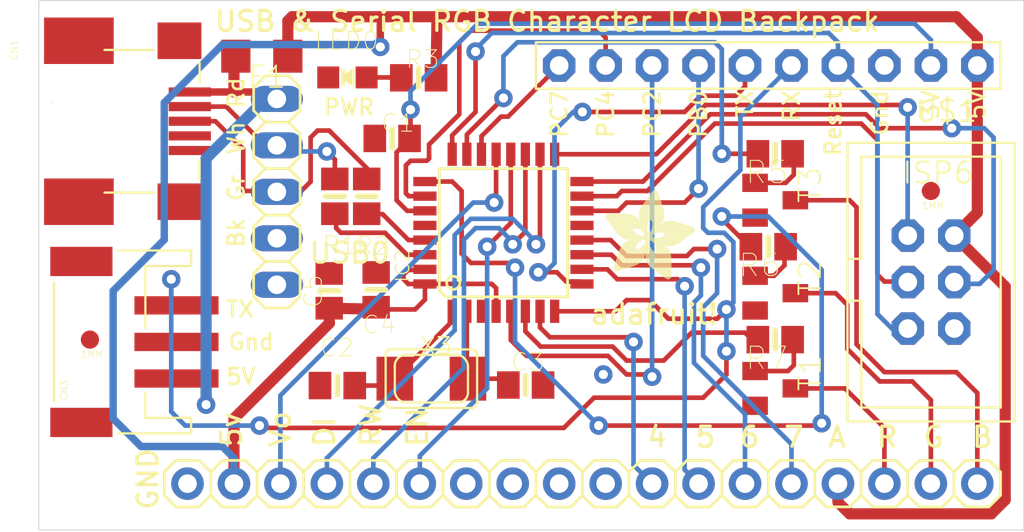
<source format=kicad_pcb>
(kicad_pcb (version 20211014) (generator pcbnew)
  (layers (0 "F.Cu" signal) (1 "In1.Cu" signal) (2 "In2.Cu" signal) (3 "In3.Cu" signal) (4 "In4.Cu" signal) (5 "In5.Cu" signal) (6 "In6.Cu" signal) (7 "In7.Cu" signal) (8 "In8.Cu" signal) (9 "In9.Cu" signal) (10 "In10.Cu" signal) (11 "In11.Cu" signal) (12 "In12.Cu" signal) (13 "In13.Cu" signal) (14 "In14.Cu" signal) (31 "B.Cu" signal) (34 "B.Paste" user) (35 "F.Paste" user) (36 "B.SilkS" user "B.Silkscreen") (37 "F.SilkS" user "F.Silkscreen") (38 "B.Mask" user) (39 "F.Mask" user) (44 "Edge.Cuts" user))
  (net 0 "")
  (net 1 "GND")
  (net 2 "N$3")
  (net 3 "N$4")
  (net 4 "+5V")
  (net 5 "MOSI")
  (net 6 "MISO")
  (net 7 "SCK")
  (net 8 "RST")
  (net 9 "N$9")
  (net 10 "N$8")
  (net 11 "+3V3")
  (net 12 "N$1")
  (net 13 "D-")
  (net 14 "D+")
  (net 15 "DB7")
  (net 16 "DB6")
  (net 17 "DB5")
  (net 18 "DB4")
  (net 19 "RW")
  (net 20 "RX")
  (net 21 "TX")
  (net 22 "N$5")
  (net 23 "N$7")
  (net 24 "N$10")
  (net 25 "RS")
  (net 26 "EN")
  (net 27 "RED")
  (net 28 "CONTRAST")
  (net 29 "PB0")
  (net 30 "PC2")
  (net 31 "PC4")
  (net 32 "PC7")
  (net 33 "N$2")
  (net 34 "N$6")
  (net 35 "N$11")
  (net 36 "GREEN")
  (net 37 "BLUE")
  (net 38 "VBUS")
  (net 39 "DB3")
  (net 40 "DB2")
  (net 41 "DB1")
  (net 42 "DB0")
  (footprint "boardEagle:0805-NO" (layer "F.Cu") (at 148.1941 111.5496)
    (fp_text reference "C3")
    (fp_text value "18pF")
  )
  (footprint "boardEagle:0805-NO" (layer "F.Cu") (at 161.4551 103.9876 180)
    (fp_text reference "R6")
    (fp_text value "1K")
  )
  (footprint "boardEagle:0805-NO" (layer "F.Cu") (at 137.4521 106.4006 90)
    (fp_text reference "C5")
    (fp_text value "10uF")
  )
  (footprint "boardEagle:FIDUCIAL-1X2.5" (layer "F.Cu") (at 170.3451 100.9396)
    (fp_text reference "FID2" hide)
    (fp_text value "FIDUCIAL1X2.5" hide)
  )
  (footprint "boardEagle:0805-NO" (layer "F.Cu") (at 161.8361 98.9076 180)
    (fp_text reference "R5")
    (fp_text value "1K")
  )
  (footprint "boardEagle:SOT23-BEC" (layer "F.Cu") (at 161.8361 111.7346 -90)
    (fp_text reference "T1")
    (fp_text value "MMBT222")
  )
  (footprint "boardEagle:SOT23-BEC" (layer "F.Cu") (at 161.8361 101.4476 -90)
    (fp_text reference "T3")
    (fp_text value "MMBT222")
  )
  (footprint "boardEagle:TQFP32-08" (layer "F.Cu") (at 146.9771 103.2256 90)
    (fp_text reference "IC2")
    (fp_text value "AT90USB162")
  )
  (footprint "" (layer "F.Cu") (at 124.0791 116.9066)
    (fp_text reference "@HOLE0" hide)
    (fp_text value "")
  )
  (footprint "boardEagle:0805-NO" (layer "F.Cu") (at 142.3441 94.7556)
    (fp_text reference "R3")
    (fp_text value "1K")
  )
  (footprint "boardEagle:0805-NO" (layer "F.Cu") (at 137.8991 111.5796 180)
    (fp_text reference "C2")
    (fp_text value "18pF")
  )
  (footprint "boardEagle:0805-NO" (layer "F.Cu") (at 140.8941 98.0686 180)
    (fp_text reference "C1")
    (fp_text value "10uF")
  )
  (footprint "boardEagle:USB-MINIB_LARGER" (layer "F.Cu") (at 125.7681 97.1296 -90)
    (fp_text reference "CN1")
    (fp_text value "miniB")
  )
  (footprint "boardEagle:ISP6" (layer "F.Cu") (at 170.3541 105.9226 -90)
    (fp_text reference "ISP6")
    (fp_text value "PINHD-2X3THM")
  )
  (footprint "boardEagle:0805-NO" (layer "F.Cu") (at 137.7591 101.2346 -90)
    (fp_text reference "R1")
    (fp_text value "22")
  )
  (footprint "boardEagle:SOT23-BEC" (layer "F.Cu") (at 161.8361 106.5276 -90)
    (fp_text reference "T2")
    (fp_text value "MMBT222")
  )
  (footprint "boardEagle:JSTPH3" (layer "F.Cu") (at 126.4031 109.1946 90)
    (fp_text reference "CN3")
    (fp_text value "JST-PH-3")
  )
  (footprint "boardEagle:R1206" (layer "F.Cu") (at 133.7691 93.5736 180)
    (fp_text reference "F1")
    (fp_text value "500mA")
  )
  (footprint "boardEagle:FIDUCIAL-1X2.5" (layer "F.Cu") (at 124.3711 109.0676)
    (fp_text reference "FID1" hide)
    (fp_text value "FIDUCIAL1X2.5" hide)
  )
  (footprint "boardEagle:1X18-BIG" (layer "F.Cu") (at 151.2951 116.9416)
    (fp_text reference "JP1" hide)
    (fp_text value "CHARLCD" hide)
  )
  (footprint "boardEagle:CHIPLED_0805_NOOUTLINE" (layer "F.Cu") (at 138.4491 94.7336 90)
    (fp_text reference "LED0")
    (fp_text value "RED")
  )
  (footprint "boardEagle:NX5032" (layer "F.Cu") (at 143.0381 111.2036)
    (fp_text reference "X3")
    (fp_text value "16MHz")
  )
  (footprint "boardEagle:ADAFRUIT_5MM" (layer "F.Cu") (at 152.5651 105.7656)
    (fp_text reference "U$2" hide)
    (fp_text value "" hide)
  )
  (footprint "boardEagle:0805-NO" (layer "F.Cu") (at 140.0181 106.3466 90)
    (fp_text reference "C4")
    (fp_text value "0.1uF")
  )
  (footprint "boardEagle:1X10-BIG" (layer "F.Cu") (at 161.4551 94.0816 180)
    (fp_text reference "U$1")
    (fp_text value "PINHD-1X10")
  )
  (footprint "boardEagle:0805-NO" (layer "F.Cu") (at 139.5021 101.2346 -90)
    (fp_text reference "R2")
    (fp_text value "22")
  )
  (footprint "boardEagle:0805-NO" (layer "F.Cu") (at 161.8361 109.0676 180)
    (fp_text reference "R7")
    (fp_text value "1K")
  )
  (footprint "boardEagle:1X05" (layer "F.Cu") (at 134.5901 100.9886 -90)
    (fp_text reference "USB0")
    (fp_text value "MALE")
  )
  (gr_line (start 121.5771 119.4816) (end 175.4251 119.4816) (layer "Edge.Cuts") (width 0.05))
  (gr_line (start 121.5771 90.5256) (end 121.5771 119.4816) (layer "Edge.Cuts") (width 0.05))
  (gr_line (start 175.4251 90.5256) (end 121.5771 90.5256) (layer "Edge.Cuts") (width 0.05))
  (gr_line (start 175.4251 119.4816) (end 175.4251 90.5256) (layer "Edge.Cuts") (width 0.05))
  (gr_text "adafruit!" (at 158.7881 107.0356) (layer "F.SilkS") (effects (font (size 1.0922 1.0922) (thickness 0.1778)) (justify right top)))
  (gr_text "USB & Serial RGB Character LCD Backpack" (at 131.1021 92.3036) (layer "F.SilkS") (effects (font (size 1.0922 1.0922) (thickness 0.1778)) (justify left bottom)))
  (gr_text "5" (at 157.3911 115.0366) (layer "F.SilkS") (effects (font (size 1.0922 1.0922) (thickness 0.1778)) (justify left bottom)))
  (gr_text "B" (at 172.5041 115.0366) (layer "F.SilkS") (effects (font (size 1.0922 1.0922) (thickness 0.1778)) (justify left bottom)))
  (gr_text "A" (at 164.6301 115.0366) (layer "F.SilkS") (effects (font (size 1.0922 1.0922) (thickness 0.1778)) (justify left bottom)))
  (gr_text "Reset" (at 164.5031 95.3516 90) (layer "F.SilkS") (effects (font (size 0.87376 0.87376) (thickness 0.14224)) (justify right top)))
  (gr_text "5v" (at 132.7531 115.0366 90) (layer "F.SilkS") (effects (font (size 1.0922 1.0922) (thickness 0.1778)) (justify left bottom)))
  (gr_text "DI" (at 137.8331 115.0366 90) (layer "F.SilkS") (effects (font (size 1.0922 1.0922) (thickness 0.1778)) (justify left bottom)))
  (gr_text "Gnd" (at 167.0431 95.3516 90) (layer "F.SilkS") (effects (font (size 0.87376 0.87376) (thickness 0.14224)) (justify right top)))
  (gr_text "R" (at 167.2971 115.0366) (layer "F.SilkS") (effects (font (size 1.0922 1.0922) (thickness 0.1778)) (justify left bottom)))
  (gr_text "PWR" (at 137.0711 96.8756) (layer "F.SilkS") (effects (font (size 0.87376 0.87376) (thickness 0.14224)) (justify left bottom)))
  (gr_text "G" (at 169.8371 115.0366) (layer "F.SilkS") (effects (font (size 1.0922 1.0922) (thickness 0.1778)) (justify left bottom)))
  (gr_text "GND" (at 128.1811 118.4656 90) (layer "F.SilkS") (effects (font (size 1.0922 1.0922) (thickness 0.1778)) (justify left bottom)))
  (gr_text "PC7" (at 149.5171 95.3516 90) (layer "F.SilkS") (effects (font (size 0.87376 0.87376) (thickness 0.14224)) (justify right top)))
  (gr_text "RW" (at 140.3731 115.0366 90) (layer "F.SilkS") (effects (font (size 1.0922 1.0922) (thickness 0.1778)) (justify left bottom)))
  (gr_text "5V" (at 131.7371 111.6076) (layer "F.SilkS") (effects (font (size 0.87376 0.87376) (thickness 0.14224)) (justify left bottom)))
  (gr_text "Vo" (at 135.4201 115.0366 90) (layer "F.SilkS") (effects (font (size 1.0922 1.0922) (thickness 0.1778)) (justify left bottom)))
  (gr_text "PC2" (at 154.5971 95.3516 90) (layer "F.SilkS") (effects (font (size 0.87376 0.87376) (thickness 0.14224)) (justify right top)))
  (gr_text "Wh" (at 132.8801 99.0346 90) (layer "F.SilkS") (effects (font (size 0.87376 0.87376) (thickness 0.14224)) (justify left bottom)))
  (gr_text "Gr" (at 132.8801 101.5746 90) (layer "F.SilkS") (effects (font (size 0.87376 0.87376) (thickness 0.14224)) (justify left bottom)))
  (gr_text "Gnd" (at 131.8641 109.7026) (layer "F.SilkS") (effects (font (size 0.87376 0.87376) (thickness 0.14224)) (justify left bottom)))
  (gr_text "Bk" (at 132.8801 104.1146 90) (layer "F.SilkS") (effects (font (size 0.87376 0.87376) (thickness 0.14224)) (justify left bottom)))
  (gr_text "4" (at 154.7241 115.0366) (layer "F.SilkS") (effects (font (size 1.0922 1.0922) (thickness 0.1778)) (justify left bottom)))
  (gr_text "Rd" (at 132.8801 96.4946 90) (layer "F.SilkS") (effects (font (size 0.87376 0.87376) (thickness 0.14224)) (justify left bottom)))
  (gr_text "TX" (at 159.6771 95.3516 90) (layer "F.SilkS") (effects (font (size 0.87376 0.87376) (thickness 0.14224)) (justify right top)))
  (gr_text "5V" (at 172.3771 95.3516 90) (layer "F.SilkS") (effects (font (size 0.87376 0.87376) (thickness 0.14224)) (justify right top)))
  (gr_text "RX" (at 162.2171 95.3516 90) (layer "F.SilkS") (effects (font (size 0.87376 0.87376) (thickness 0.14224)) (justify right top)))
  (gr_text "PC4" (at 152.0571 95.3516 90) (layer "F.SilkS") (effects (font (size 0.87376 0.87376) (thickness 0.14224)) (justify right top)))
  (gr_text "PB0" (at 157.1371 95.3516 90) (layer "F.SilkS") (effects (font (size 0.87376 0.87376) (thickness 0.14224)) (justify right top)))
  (gr_text "3V" (at 169.8371 95.3516 90) (layer "F.SilkS") (effects (font (size 0.87376 0.87376) (thickness 0.14224)) (justify right top)))
  (gr_text "EN" (at 142.9131 115.0366 90) (layer "F.SilkS") (effects (font (size 1.0922 1.0922) (thickness 0.1778)) (justify left bottom)))
  (gr_text "6" (at 159.8041 115.0366) (layer "F.SilkS") (effects (font (size 1.0922 1.0922) (thickness 0.1778)) (justify left bottom)))
  (gr_text "7" (at 162.2171 115.0366) (layer "F.SilkS") (effects (font (size 1.0922 1.0922) (thickness 0.1778)) (justify left bottom)))
  (gr_text "TX" (at 131.7371 107.9246) (layer "F.SilkS") (effects (font (size 0.87376 0.87376) (thickness 0.14224)) (justify left bottom)))
  (via (at 152.4381 110.9726) (size 1.008) (drill 0.5) (layers "F.Cu" "B.Cu") (net 1))
  (segment (start 137.8331 102.3086) (end 137.8331 102.9716) (width 0.254) (layer "F.Cu") (net 2))
  (segment (start 137.8331 102.9716) (end 138.0871 103.2256) (width 0.254) (layer "F.Cu") (net 2))
  (segment (start 140.5001 103.2256) (end 141.7001 104.4256) (width 0.254) (layer "F.Cu") (net 2))
  (segment (start 138.0871 103.2256) (end 140.5001 103.2256) (width 0.254) (layer "F.Cu") (net 2))
  (segment (start 141.7001 104.4256) (end 142.6845 104.4256) (width 0.254) (layer "F.Cu") (net 2))
  (segment (start 137.7591 102.1846) (end 137.8331 102.3086) (width 0.254) (layer "F.Cu") (net 2))
  (segment (start 141.7891 103.6256) (end 142.6845 103.6256) (width 0.254) (layer "F.Cu") (net 3))
  (segment (start 139.5021 102.1846) (end 139.5271 102.2096) (width 0.254) (layer "F.Cu") (net 3))
  (segment (start 139.5271 102.2096) (end 140.3731 102.2096) (width 0.254) (layer "F.Cu") (net 3))
  (segment (start 140.3731 102.2096) (end 141.7891 103.6256) (width 0.254) (layer "F.Cu") (net 3))
  (segment (start 165.9001 118.5926) (end 165.2651 117.9576) (width 0.6096) (layer "F.Cu") (net 4))
  (segment (start 172.8851 94.0816) (end 172.8851 102.1216) (width 0.6096) (layer "F.Cu") (net 4))
  (segment (start 142.6845 106.8832) (end 142.6845 106.0256) (width 0.254) (layer "F.Cu") (net 4))
  (segment (start 141.5161 105.5116) (end 141.7701 105.2576) (width 0.254) (layer "F.Cu") (net 4))
  (segment (start 139.9641 107.4006) (end 140.0181 107.2966) (width 0.6096) (layer "F.Cu") (net 4))
  (segment (start 173.6471 118.5926) (end 165.9001 118.5926) (width 0.6096) (layer "F.Cu") (net 4))
  (segment (start 172.8851 92.5576) (end 172.8851 94.0816) (width 0.6096) (layer "F.Cu") (net 4))
  (segment (start 142.6845 106.0256) (end 142.6905 106.0196) (width 0.254) (layer "F.Cu") (net 4))
  (segment (start 135.1911 91.6436) (end 135.1911 93.5736) (width 0.6096) (layer "F.Cu") (net 4))
  (segment (start 174.4091 117.8306) (end 173.6471 118.5926) (width 0.6096) (layer "F.Cu") (net 4))
  (segment (start 172.8851 102.1216) (end 171.6241 103.3826) (width 0.6096) (layer "F.Cu") (net 4))
  (segment (start 140.2461 91.4146) (end 135.4201 91.4146) (width 0.6096) (layer "F.Cu") (net 4))
  (segment (start 140.2461 93.0656) (end 140.2461 91.4146) (width 0.4064) (layer "F.Cu") (net 4))
  (segment (start 141.7701 105.2576) (end 142.6525 105.2576) (width 0.254) (layer "F.Cu") (net 4))
  (segment (start 146.3421 106.0196) (end 146.5771 106.2546) (width 0.254) (layer "F.Cu") (net 4))
  (segment (start 137.4681 108.1626) (end 137.4521 108.1466) (width 0.6096) (layer "F.Cu") (net 4))
  (segment (start 141.5161 105.7656) (end 141.5161 105.5116) (width 0.254) (layer "F.Cu") (net 4))
  (segment (start 165.2651 117.9576) (end 165.2651 116.9416) (width 0.6096) (layer "F.Cu") (net 4))
  (segment (start 135.4201 91.4146) (end 135.1911 91.6436) (width 0.6096) (layer "F.Cu") (net 4))
  (segment (start 137.4521 107.3506) (end 139.9641 107.4006) (width 0.6096) (layer "F.Cu") (net 4))
  (segment (start 143.3441 91.4646) (end 143.2941 94.7556) (width 0.6096) (layer "F.Cu") (net 4))
  (segment (start 143.2941 91.4146) (end 143.3441 91.4646) (width 0.6096) (layer "F.Cu") (net 4))
  (segment (start 140.0181 107.2966) (end 140.0881 107.4166) (width 0.254) (layer "F.Cu") (net 4))
  (segment (start 174.4091 106.1676) (end 174.4091 117.8306) (width 0.6096) (layer "F.Cu") (net 4))
  (segment (start 140.2461 91.4146) (end 143.2941 91.4146) (width 0.6096) (layer "F.Cu") (net 4))
  (segment (start 140.0881 107.4166) (end 142.1511 107.4166) (width 0.254) (layer "F.Cu") (net 4))
  (segment (start 143.2941 91.4146) (end 171.7421 91.4146) (width 0.6096) (layer "F.Cu") (net 4))
  (segment (start 171.7421 91.4146) (end 172.8851 92.5576) (width 0.6096) (layer "F.Cu") (net 4))
  (segment (start 141.7761 106.0256) (end 141.5161 105.7656) (width 0.254) (layer "F.Cu") (net 4))
  (segment (start 146.5771 106.2546) (end 146.5771 107.5182) (width 0.254) (layer "F.Cu") (net 4))
  (segment (start 137.4521 108.1466) (end 137.4521 107.3506) (width 0.6096) (layer "F.Cu") (net 4))
  (segment (start 142.1511 107.4166) (end 142.6845 106.8832) (width 0.254) (layer "F.Cu") (net 4))
  (segment (start 142.6905 106.0196) (end 146.3421 106.0196) (width 0.254) (layer "F.Cu") (net 4))
  (segment (start 142.6845 106.0256) (end 141.7761 106.0256) (width 0.254) (layer "F.Cu") (net 4))
  (segment (start 132.2451 116.9416) (end 132.2451 113.3856) (width 0.6096) (layer "F.Cu") (net 4))
  (segment (start 132.2451 113.3856) (end 137.4681 108.1626) (width 0.6096) (layer "F.Cu") (net 4))
  (segment (start 142.6525 105.2576) (end 142.6845 105.2256) (width 0.254) (layer "F.Cu") (net 4))
  (segment (start 171.6241 103.3826) (end 174.4091 106.1676) (width 0.6096) (layer "F.Cu") (net 4))
  (via (at 140.2461 93.0656) (size 1.008) (drill 0.5) (layers "F.Cu" "B.Cu") (net 4))
  (segment (start 128.4351 96.1136) (end 131.6101 92.9386) (width 0.4064) (layer "B.Cu") (net 4))
  (segment (start 128.4351 103.6066) (end 128.4351 96.1136) (width 0.4064) (layer "B.Cu") (net 4))
  (segment (start 127.1651 114.9096) (end 125.6411 113.3856) (width 0.4064) (layer "B.Cu") (net 4))
  (segment (start 125.6411 106.4006) (end 128.4351 103.6066) (width 0.4064) (layer "B.Cu") (net 4))
  (segment (start 125.6411 113.3856) (end 125.6411 106.4006) (width 0.4064) (layer "B.Cu") (net 4))
  (segment (start 131.6101 92.9386) (end 140.1191 92.9386) (width 0.4064) (layer "B.Cu") (net 4))
  (segment (start 132.2451 115.5446) (end 132.2451 116.9416) (width 0.4064) (layer "B.Cu") (net 4))
  (segment (start 127.1651 114.9096) (end 131.6101 114.9096) (width 0.4064) (layer "B.Cu") (net 4))
  (segment (start 131.6101 114.9096) (end 132.2451 115.5446) (width 0.4064) (layer "B.Cu") (net 4))
  (segment (start 140.1191 92.9386) (end 140.2461 93.0656) (width 0.4064) (layer "B.Cu") (net 4))
  (segment (start 167.5511 97.5106) (end 171.4881 97.5106) (width 0.254) (layer "F.Cu") (net 5))
  (segment (start 151.2697 100.4256) (end 154.6031 100.4256) (width 0.254) (layer "F.Cu") (net 5))
  (segment (start 166.7891 96.7486) (end 167.5511 97.5106) (width 0.254) (layer "F.Cu") (net 5))
  (segment (start 158.2801 96.7486) (end 166.7891 96.7486) (width 0.254) (layer "F.Cu") (net 5))
  (segment (start 154.6031 100.4256) (end 158.2801 96.7486) (width 0.254) (layer "F.Cu") (net 5))
  (via (at 171.4881 97.5106) (size 1.008) (drill 0.5) (layers "F.Cu" "B.Cu") (net 5))
  (segment (start 171.4881 97.5106) (end 173.2661 97.5106) (width 0.254) (layer "B.Cu") (net 5))
  (segment (start 173.7741 105.2576) (end 173.0121 106.0196) (width 0.254) (layer "B.Cu") (net 5))
  (segment (start 173.0121 106.0196) (end 171.7211 106.0196) (width 0.254) (layer "B.Cu") (net 5))
  (segment (start 173.2661 97.5106) (end 173.7741 98.0186) (width 0.254) (layer "B.Cu") (net 5))
  (segment (start 173.7741 98.0186) (end 173.7741 105.2576) (width 0.254) (layer "B.Cu") (net 5))
  (segment (start 171.7211 106.0196) (end 171.6241 105.9226) (width 0.254) (layer "B.Cu") (net 5))
  (segment (start 149.7771 98.933) (end 155.3337 98.933) (width 0.254) (layer "F.Cu") (net 6))
  (segment (start 168.9481 96.2406) (end 169.0751 96.3676) (width 0.254) (layer "F.Cu") (net 6))
  (segment (start 155.3337 98.933) (end 158.0261 96.2406) (width 0.254) (layer "F.Cu") (net 6))
  (segment (start 158.0261 96.2406) (end 168.9481 96.2406) (width 0.254) (layer "F.Cu") (net 6))
  (via (at 169.0751 96.3676) (size 1.008) (drill 0.5) (layers "F.Cu" "B.Cu") (net 6))
  (segment (start 169.0751 96.3676) (end 169.0751 103.3736) (width 0.254) (layer "B.Cu") (net 6))
  (segment (start 169.0751 103.3736) (end 169.0841 103.3826) (width 0.254) (layer "B.Cu") (net 6))
  (segment (start 151.2697 101.2256) (end 153.1681 101.2256) (width 0.254) (layer "F.Cu") (net 7))
  (segment (start 167.4241 105.5116) (end 167.8051 105.8926) (width 0.254) (layer "F.Cu") (net 7))
  (segment (start 169.0541 105.8926) (end 169.0841 105.9226) (width 0.254) (layer "F.Cu") (net 7))
  (segment (start 158.5341 97.2566) (end 166.5351 97.2566) (width 0.254) (layer "F.Cu") (net 7))
  (segment (start 153.1681 101.2256) (end 153.4541 100.9396) (width 0.254) (layer "F.Cu") (net 7))
  (segment (start 167.4241 98.1456) (end 167.4241 105.5116) (width 0.254) (layer "F.Cu") (net 7))
  (segment (start 154.8511 100.9396) (end 158.5341 97.2566) (width 0.254) (layer "F.Cu") (net 7))
  (segment (start 153.4541 100.9396) (end 154.8511 100.9396) (width 0.254) (layer "F.Cu") (net 7))
  (segment (start 167.8051 105.8926) (end 169.0541 105.8926) (width 0.254) (layer "F.Cu") (net 7))
  (segment (start 166.5351 97.2566) (end 167.4241 98.1456) (width 0.254) (layer "F.Cu") (net 7))
  (segment (start 144.1771 98.933) (end 144.1771 97.8976) (width 0.254) (layer "F.Cu") (net 8))
  (segment (start 144.1771 97.8976) (end 145.4531 96.6216) (width 0.254) (layer "F.Cu") (net 8))
  (segment (start 145.4531 96.6216) (end 145.4531 93.3196) (width 0.254) (layer "F.Cu") (net 8))
  (via (at 145.4531 93.3196) (size 1.008) (drill 0.5) (layers "F.Cu" "B.Cu") (net 8))
  (segment (start 167.4241 96.2406) (end 167.4241 107.6706) (width 0.254) (layer "B.Cu") (net 8))
  (segment (start 146.3421 92.3036) (end 164.7571 92.3036) (width 0.254) (layer "B.Cu") (net 8))
  (segment (start 167.4241 107.6706) (end 168.2161 108.4626) (width 0.254) (layer "B.Cu") (net 8))
  (segment (start 164.7571 92.3036) (end 165.2651 92.8116) (width 0.254) (layer "B.Cu") (net 8))
  (segment (start 165.2651 94.0816) (end 167.4241 96.2406) (width 0.254) (layer "B.Cu") (net 8))
  (segment (start 145.4531 93.3196) (end 145.4531 93.1926) (width 0.254) (layer "B.Cu") (net 8))
  (segment (start 145.4531 93.1926) (end 146.3421 92.3036) (width 0.254) (layer "B.Cu") (net 8))
  (segment (start 165.2651 92.8116) (end 165.2651 94.0816) (width 0.254) (layer "B.Cu") (net 8))
  (segment (start 168.2161 108.4626) (end 169.0841 108.4626) (width 0.254) (layer "B.Cu") (net 8))
  (segment (start 145.0721 110.7186) (end 145.0721 111.2266) (width 0.254) (layer "F.Cu") (net 9))
  (segment (start 145.0381 111.2036) (end 145.0721 111.1696) (width 0.254) (layer "F.Cu") (net 9))
  (segment (start 145.0611 111.2266) (end 145.0721 111.2266) (width 0.254) (layer "F.Cu") (net 9))
  (segment (start 145.0381 111.2036) (end 146.8481 111.2036) (width 0.254) (layer "F.Cu") (net 9))
  (segment (start 145.0721 110.7186) (end 144.9451 110.5916) (width 0.254) (layer "F.Cu") (net 9))
  (segment (start 145.0381 111.2036) (end 145.0151 111.2266) (width 0.254) (layer "F.Cu") (net 9))
  (segment (start 146.8481 111.2036) (end 147.2441 111.5496) (width 0.254) (layer "F.Cu") (net 9))
  (segment (start 145.0091 110.7186) (end 144.9771 110.6866) (width 0.254) (layer "F.Cu") (net 9))
  (segment (start 145.0721 111.1696) (end 145.0721 110.7186) (width 0.254) (layer "F.Cu") (net 9))
  (segment (start 144.9771 110.6866) (end 144.9771 107.5182) (width 0.254) (layer "F.Cu") (net 9))
  (segment (start 145.0721 110.7186) (end 145.0091 110.7186) (width 0.254) (layer "F.Cu") (net 9))
  (segment (start 145.0381 111.2036) (end 145.0611 111.2266) (width 0.254) (layer "F.Cu") (net 9))
  (segment (start 141.0051 111.2266) (end 141.0151 111.2266) (width 0.254) (layer "F.Cu") (net 10))
  (segment (start 138.8491 111.5796) (end 140.6521 111.5796) (width 0.254) (layer "F.Cu") (net 10))
  (segment (start 141.0381 111.2036) (end 144.1771 108.0646) (width 0.254) (layer "F.Cu") (net 10))
  (segment (start 140.6521 111.5796) (end 141.0051 111.2266) (width 0.254) (layer "F.Cu") (net 10))
  (segment (start 141.0151 111.2266) (end 141.0381 111.2036) (width 0.254) (layer "F.Cu") (net 10))
  (segment (start 144.1771 108.0646) (end 144.1771 107.5182) (width 0.254) (layer "F.Cu") (net 10))
  (segment (start 141.1351 98.8276) (end 141.8441 98.0686) (width 0.254) (layer "F.Cu") (net 11))
  (segment (start 141.8971 98.0656) (end 141.8971 96.4946) (width 0.254) (layer "F.Cu") (net 11))
  (segment (start 141.7131 102.0256) (end 142.6845 102.0256) (width 0.254) (layer "F.Cu") (net 11))
  (segment (start 141.7131 102.0256) (end 141.1351 101.4476) (width 0.254) (layer "F.Cu") (net 11))
  (segment (start 141.1351 101.4476) (end 141.1351 98.8276) (width 0.254) (layer "F.Cu") (net 11))
  (segment (start 141.8441 98.0686) (end 141.8971 98.0656) (width 0.254) (layer "F.Cu") (net 11))
  (via (at 141.8971 96.4946) (size 1.008) (drill 0.5) (layers "F.Cu" "B.Cu") (net 11))
  (segment (start 141.8971 96.4946) (end 141.8971 95.4786) (width 0.254) (layer "B.Cu") (net 11))
  (segment (start 170.3451 92.6846) (end 170.3451 94.0816) (width 0.254) (layer "B.Cu") (net 11))
  (segment (start 145.5801 91.7956) (end 169.4561 91.7956) (width 0.254) (layer "B.Cu") (net 11))
  (segment (start 169.4561 91.7956) (end 170.3451 92.6846) (width 0.254) (layer "B.Cu") (net 11))
  (segment (start 141.8971 95.4786) (end 145.5801 91.7956) (width 0.254) (layer "B.Cu") (net 11))
  (segment (start 141.3221 94.7336) (end 141.3941 94.7556) (width 0.254) (layer "F.Cu") (net 12))
  (segment (start 139.4991 94.7336) (end 141.3221 94.7336) (width 0.254) (layer "F.Cu") (net 12))
  (segment (start 137.3251 98.7806) (end 137.7591 99.2146) (width 0.254) (layer "F.Cu") (net 13))
  (segment (start 134.6581 98.5166) (end 134.5901 98.4486) (width 0.254) (layer "F.Cu") (net 13))
  (segment (start 134.0231 98.5266) (end 134.6581 98.5266) (width 0.254) (layer "F.Cu") (net 13))
  (segment (start 134.6581 98.5266) (end 134.6581 98.5166) (width 0.254) (layer "F.Cu") (net 13))
  (segment (start 129.8321 96.3296) (end 131.8261 96.3296) (width 0.254) (layer "F.Cu") (net 13))
  (segment (start 131.8261 96.3296) (end 134.0231 98.5266) (width 0.254) (layer "F.Cu") (net 13))
  (segment (start 137.7591 99.2146) (end 137.7591 100.2846) (width 0.254) (layer "F.Cu") (net 13))
  (via (at 137.3251 98.7806) (size 1.008) (drill 0.5) (layers "F.Cu" "B.Cu") (net 13))
  (segment (start 134.9221 98.7806) (end 137.3251 98.7806) (width 0.254) (layer "B.Cu") (net 13))
  (segment (start 134.5901 98.4486) (end 134.9221 98.7806) (width 0.254) (layer "B.Cu") (net 13))
  (segment (start 134.6391 100.9396) (end 135.9281 100.9396) (width 0.254) (layer "F.Cu") (net 14))
  (segment (start 132.7531 100.9396) (end 134.5411 100.9396) (width 0.254) (layer "F.Cu") (net 14))
  (segment (start 135.9281 100.9396) (end 136.4361 100.4316) (width 0.254) (layer "F.Cu") (net 14))
  (segment (start 129.8321 97.1296) (end 131.2291 97.1296) (width 0.254) (layer "F.Cu") (net 14))
  (segment (start 132.7531 98.6536) (end 132.7531 100.9396) (width 0.254) (layer "F.Cu") (net 14))
  (segment (start 134.5901 100.9886) (end 134.6391 100.9396) (width 0.254) (layer "F.Cu") (net 14))
  (segment (start 137.4521 97.6376) (end 139.5021 99.6876) (width 0.254) (layer "F.Cu") (net 14))
  (segment (start 131.2291 97.1296) (end 132.7531 98.6536) (width 0.254) (layer "F.Cu") (net 14))
  (segment (start 136.4361 98.0186) (end 136.8171 97.6376) (width 0.254) (layer "F.Cu") (net 14))
  (segment (start 136.4361 100.4316) (end 136.4361 98.0186) (width 0.254) (layer "F.Cu") (net 14))
  (segment (start 134.5411 100.9396) (end 134.5901 100.9886) (width 0.254) (layer "F.Cu") (net 14))
  (segment (start 136.8171 97.6376) (end 137.4521 97.6376) (width 0.254) (layer "F.Cu") (net 14))
  (segment (start 139.5021 99.6876) (end 139.5021 100.2846) (width 0.254) (layer "F.Cu") (net 14))
  (segment (start 157.3911 104.1146) (end 157.0101 104.4956) (width 0.254) (layer "F.Cu") (net 15))
  (segment (start 158.6611 104.1146) (end 157.3911 104.1146) (width 0.254) (layer "F.Cu") (net 15))
  (segment (start 153.7081 104.4956) (end 152.8381 103.6256) (width 0.254) (layer "F.Cu") (net 15))
  (segment (start 152.8381 103.6256) (end 151.2697 103.6256) (width 0.254) (layer "F.Cu") (net 15))
  (segment (start 157.0101 104.4956) (end 153.7081 104.4956) (width 0.254) (layer "F.Cu") (net 15))
  (via (at 158.6611 104.1146) (size 1.008) (drill 0.5) (layers "F.Cu" "B.Cu") (net 15))
  (segment (start 158.6611 106.5276) (end 158.6611 104.1146) (width 0.254) (layer "B.Cu") (net 15))
  (segment (start 162.7251 116.9416) (end 162.7251 114.7826) (width 0.254) (layer "B.Cu") (net 15))
  (segment (start 157.8991 107.2896) (end 158.6611 106.5276) (width 0.254) (layer "B.Cu") (net 15))
  (segment (start 162.7251 114.7826) (end 157.8991 109.9566) (width 0.254) (layer "B.Cu") (net 15))
  (segment (start 157.8991 109.9566) (end 157.8991 107.2896) (width 0.254) (layer "B.Cu") (net 15))
  (segment (start 153.4541 105.0036) (end 152.8761 104.4256) (width 0.254) (layer "F.Cu") (net 16))
  (segment (start 152.8761 104.4256) (end 151.2697 104.4256) (width 0.254) (layer "F.Cu") (net 16))
  (segment (start 157.7721 105.1306) (end 157.6451 105.0036) (width 0.254) (layer "F.Cu") (net 16))
  (segment (start 157.6451 105.0036) (end 153.4541 105.0036) (width 0.254) (layer "F.Cu") (net 16))
  (via (at 157.7721 105.1306) (size 1.008) (drill 0.5) (layers "F.Cu" "B.Cu") (net 16))
  (segment (start 157.3911 110.3376) (end 157.3911 107.0356) (width 0.254) (layer "B.Cu") (net 16))
  (segment (start 157.3911 107.0356) (end 157.7721 106.6546) (width 0.254) (layer "B.Cu") (net 16))
  (segment (start 160.1851 116.9416) (end 160.1851 113.1316) (width 0.254) (layer "B.Cu") (net 16))
  (segment (start 160.1851 113.1316) (end 157.3911 110.3376) (width 0.254) (layer "B.Cu") (net 16))
  (segment (start 157.7721 106.6546) (end 157.7721 105.1306) (width 0.254) (layer "B.Cu") (net 16))
  (segment (start 156.8831 106.1466) (end 156.5021 105.7656) (width 0.254) (layer "F.Cu") (net 17))
  (segment (start 153.2001 105.7656) (end 152.6601 105.2256) (width 0.254) (layer "F.Cu") (net 17))
  (segment (start 152.6601 105.2256) (end 151.2697 105.2256) (width 0.254) (layer "F.Cu") (net 17))
  (segment (start 156.5021 105.7656) (end 153.2001 105.7656) (width 0.254) (layer "F.Cu") (net 17))
  (via (at 156.8831 106.1466) (size 1.008) (drill 0.5) (layers "F.Cu" "B.Cu") (net 17))
  (segment (start 156.8831 116.1796) (end 156.8831 106.1466) (width 0.254) (layer "B.Cu") (net 17))
  (segment (start 156.8831 116.1796) (end 157.6451 116.9416) (width 0.254) (layer "B.Cu") (net 17))
  (segment (start 153.8351 108.9406) (end 149.5171 108.9406) (width 0.254) (layer "F.Cu") (net 18))
  (segment (start 149.5171 108.9406) (end 148.9771 108.4006) (width 0.254) (layer "F.Cu") (net 18))
  (segment (start 154.0891 109.1946) (end 153.8351 108.9406) (width 0.254) (layer "F.Cu") (net 18))
  (segment (start 148.9771 108.4006) (end 148.9771 107.5182) (width 0.254) (layer "F.Cu") (net 18))
  (via (at 154.0891 109.1946) (size 1.008) (drill 0.5) (layers "F.Cu" "B.Cu") (net 18))
  (segment (start 154.0891 115.9256) (end 155.1051 116.9416) (width 0.254) (layer "B.Cu") (net 18))
  (segment (start 154.0891 115.9256) (end 154.0891 109.1946) (width 0.254) (layer "B.Cu") (net 18))
  (segment (start 148.1771 103.1686) (end 148.1771 98.933) (width 0.254) (layer "F.Cu") (net 19))
  (segment (start 147.4851 103.8606) (end 148.1771 103.1686) (width 0.254) (layer "F.Cu") (net 19))
  (via (at 147.4851 103.8606) (size 1.008) (drill 0.5) (layers "F.Cu" "B.Cu") (net 19))
  (segment (start 139.8651 115.5446) (end 144.8181 110.5916) (width 0.254) (layer "B.Cu") (net 19))
  (segment (start 145.4531 102.9716) (end 146.7231 102.9716) (width 0.254) (layer "B.Cu") (net 19))
  (segment (start 147.4851 103.7336) (end 147.4851 103.8606) (width 0.254) (layer "B.Cu") (net 19))
  (segment (start 146.7231 102.9716) (end 147.4851 103.7336) (width 0.254) (layer "B.Cu") (net 19))
  (segment (start 139.8651 116.9416) (end 139.8651 115.5446) (width 0.254) (layer "B.Cu") (net 19))
  (segment (start 144.8181 110.5916) (end 144.8181 103.6066) (width 0.254) (layer "B.Cu") (net 19))
  (segment (start 144.8181 103.6066) (end 145.4531 102.9716) (width 0.254) (layer "B.Cu") (net 19))
  (segment (start 150.2791 113.8936) (end 151.9301 112.2426) (width 0.254) (layer "F.Cu") (net 20))
  (segment (start 128.8161 106.9076) (end 129.1031 107.1946) (width 0.254) (layer "F.Cu") (net 20))
  (segment (start 154.9781 106.9086) (end 153.7081 106.9086) (width 0.254) (layer "F.Cu") (net 20))
  (segment (start 157.8991 112.2426) (end 159.1691 110.9726) (width 0.254) (layer "F.Cu") (net 20))
  (segment (start 153.0985 107.5182) (end 149.7771 107.5182) (width 0.254) (layer "F.Cu") (net 20))
  (segment (start 128.8161 105.7656) (end 128.8161 106.9076) (width 0.254) (layer "F.Cu") (net 20))
  (segment (start 133.7691 113.8936) (end 150.2791 113.8936) (width 0.254) (layer "F.Cu") (net 20))
  (segment (start 159.1691 107.4166) (end 158.6611 107.9246) (width 0.254) (layer "F.Cu") (net 20))
  (segment (start 151.9301 112.2426) (end 157.8991 112.2426) (width 0.254) (layer "F.Cu") (net 20))
  (segment (start 158.6611 107.9246) (end 155.9941 107.9246) (width 0.254) (layer "F.Cu") (net 20))
  (segment (start 159.1691 110.9726) (end 159.1691 109.7026) (width 0.254) (layer "F.Cu") (net 20))
  (segment (start 155.9941 107.9246) (end 154.9781 106.9086) (width 0.254) (layer "F.Cu") (net 20))
  (segment (start 153.7081 106.9086) (end 153.0985 107.5182) (width 0.254) (layer "F.Cu") (net 20))
  (segment (start 133.6421 113.7666) (end 133.7691 113.8936) (width 0.254) (layer "F.Cu") (net 20))
  (via (at 159.1691 109.7026) (size 1.008) (drill 0.5) (layers "F.Cu" "B.Cu") (net 20))
  (via (at 133.6421 113.7666) (size 1.008) (drill 0.5) (layers "F.Cu" "B.Cu") (net 20))
  (via (at 128.8161 105.7656) (size 1.008) (drill 0.5) (layers "F.Cu" "B.Cu") (net 20))
  (via (at 159.1691 107.4166) (size 1.008) (drill 0.5) (layers "F.Cu" "B.Cu") (net 20))
  (segment (start 128.8161 113.0046) (end 128.8161 105.7656) (width 0.254) (layer "B.Cu") (net 20))
  (segment (start 159.1691 107.4166) (end 159.5501 107.0356) (width 0.254) (layer "B.Cu") (net 20))
  (segment (start 159.5501 103.7336) (end 159.0421 103.2256) (width 0.254) (layer "B.Cu") (net 20))
  (segment (start 128.8161 113.0046) (end 129.5781 113.7666) (width 0.254) (layer "B.Cu") (net 20))
  (segment (start 158.1531 103.2256) (end 157.8991 102.9716) (width 0.254) (layer "B.Cu") (net 20))
  (segment (start 129.5781 113.7666) (end 133.6421 113.7666) (width 0.254) (layer "B.Cu") (net 20))
  (segment (start 159.9311 96.8756) (end 162.7251 94.0816) (width 0.254) (layer "B.Cu") (net 20))
  (segment (start 157.8991 102.9716) (end 157.8991 101.8286) (width 0.254) (layer "B.Cu") (net 20))
  (segment (start 157.8991 101.8286) (end 159.9311 99.7966) (width 0.254) (layer "B.Cu") (net 20))
  (segment (start 159.1691 109.7026) (end 159.1691 107.4166) (width 0.254) (layer "B.Cu") (net 20))
  (segment (start 159.5501 107.0356) (end 159.5501 103.7336) (width 0.254) (layer "B.Cu") (net 20))
  (segment (start 159.0421 103.2256) (end 158.1531 103.2256) (width 0.254) (layer "B.Cu") (net 20))
  (segment (start 159.9311 99.7966) (end 159.9311 96.8756) (width 0.254) (layer "B.Cu") (net 20))
  (segment (start 150.4061 105.8926) (end 151.1367 105.8926) (width 0.254) (layer "F.Cu") (net 21))
  (segment (start 148.8821 105.3846) (end 149.8981 105.3846) (width 0.254) (layer "F.Cu") (net 21))
  (segment (start 160.1851 95.2246) (end 160.1851 94.0816) (width 0.254) (layer "F.Cu") (net 21))
  (segment (start 149.8981 105.3846) (end 150.4061 105.8926) (width 0.254) (layer "F.Cu") (net 21))
  (segment (start 157.7721 95.7326) (end 159.6771 95.7326) (width 0.254) (layer "F.Cu") (net 21))
  (segment (start 151.1367 105.8926) (end 151.2697 106.0256) (width 0.254) (layer "F.Cu") (net 21))
  (segment (start 156.8831 96.6216) (end 157.7721 95.7326) (width 0.254) (layer "F.Cu") (net 21))
  (segment (start 159.6771 95.7326) (end 160.1851 95.2246) (width 0.254) (layer "F.Cu") (net 21))
  (segment (start 151.2951 96.6216) (end 156.8831 96.6216) (width 0.254) (layer "F.Cu") (net 21))
  (via (at 148.8821 105.3846) (size 1.008) (drill 0.5) (layers "F.Cu" "B.Cu") (net 21))
  (via (at 151.2951 96.6216) (size 1.008) (drill 0.5) (layers "F.Cu" "B.Cu") (net 21))
  (segment (start 148.8821 105.3846) (end 149.2631 105.3846) (width 0.254) (layer "B.Cu") (net 21))
  (segment (start 149.2631 105.3846) (end 149.7711 104.8766) (width 0.254) (layer "B.Cu") (net 21))
  (segment (start 149.7711 104.8766) (end 149.7711 97.6376) (width 0.254) (layer "B.Cu") (net 21))
  (segment (start 149.7711 97.6376) (end 150.7871 96.6216) (width 0.254) (layer "B.Cu") (net 21))
  (segment (start 150.7871 96.6216) (end 151.2951 96.6216) (width 0.254) (layer "B.Cu") (net 21))
  (segment (start 160.8861 109.0676) (end 160.9471 109.0676) (width 0.254) (layer "F.Cu") (net 22))
  (segment (start 152.9461 109.4486) (end 153.7081 110.2106) (width 0.254) (layer "F.Cu") (net 22))
  (segment (start 148.1771 108.6166) (end 148.1771 107.5182) (width 0.254) (layer "F.Cu") (net 22))
  (segment (start 149.0091 109.4486) (end 152.9461 109.4486) (width 0.254) (layer "F.Cu") (net 22))
  (segment (start 160.1851 108.6866) (end 160.5661 109.0676) (width 0.254) (layer "F.Cu") (net 22))
  (segment (start 153.7081 110.2106) (end 155.7401 110.2106) (width 0.254) (layer "F.Cu") (net 22))
  (segment (start 149.0091 109.4486) (end 148.1771 108.6166) (width 0.254) (layer "F.Cu") (net 22))
  (segment (start 157.2641 108.6866) (end 160.1851 108.6866) (width 0.254) (layer "F.Cu") (net 22))
  (segment (start 155.7401 110.2106) (end 157.2641 108.6866) (width 0.254) (layer "F.Cu") (net 22))
  (segment (start 160.5661 109.0676) (end 160.8861 109.0676) (width 0.254) (layer "F.Cu") (net 22))
  (segment (start 160.4391 103.9876) (end 160.6931 104.2416) (width 0.254) (layer "F.Cu") (net 23))
  (segment (start 147.3581 104.8766) (end 145.1991 104.8766) (width 0.254) (layer "F.Cu") (net 23))
  (segment (start 144.1771 100.4256) (end 142.6845 100.4256) (width 0.254) (layer "F.Cu") (net 23))
  (segment (start 158.9151 102.4636) (end 160.4391 103.9876) (width 0.254) (layer "F.Cu") (net 23))
  (segment (start 145.1991 104.8766) (end 144.6911 104.3686) (width 0.254) (layer "F.Cu") (net 23))
  (segment (start 144.6911 100.9396) (end 144.1771 100.4256) (width 0.254) (layer "F.Cu") (net 23))
  (segment (start 147.6121 105.1306) (end 147.3581 104.8766) (width 0.254) (layer "F.Cu") (net 23))
  (segment (start 152.1841 113.7666) (end 164.2491 113.7666) (width 0.254) (layer "F.Cu") (net 23))
  (segment (start 164.2491 113.7666) (end 164.3761 113.6396) (width 0.254) (layer "F.Cu") (net 23))
  (segment (start 158.9151 102.3366) (end 158.9151 102.4636) (width 0.254) (layer "F.Cu") (net 23))
  (segment (start 144.6911 104.3686) (end 144.6911 100.9396) (width 0.254) (layer "F.Cu") (net 23))
  (segment (start 160.4391 103.9876) (end 160.5051 103.9876) (width 0.254) (layer "F.Cu") (net 23))
  (via (at 164.3761 113.6396) (size 1.008) (drill 0.5) (layers "F.Cu" "B.Cu") (net 23))
  (via (at 147.6121 105.1306) (size 1.008) (drill 0.5) (layers "F.Cu" "B.Cu") (net 23))
  (via (at 158.9151 102.3366) (size 1.008) (drill 0.5) (layers "F.Cu" "B.Cu") (net 23))
  (via (at 152.1841 113.7666) (size 1.008) (drill 0.5) (layers "F.Cu" "B.Cu") (net 23))
  (segment (start 164.3761 105.2576) (end 161.4551 102.3366) (width 0.254) (layer "B.Cu") (net 23))
  (segment (start 152.1841 113.7666) (end 147.6121 109.1946) (width 0.254) (layer "B.Cu") (net 23))
  (segment (start 161.4551 102.3366) (end 158.9151 102.3366) (width 0.254) (layer "B.Cu") (net 23))
  (segment (start 147.6121 109.1946) (end 147.6121 105.1306) (width 0.254) (layer "B.Cu") (net 23))
  (segment (start 164.3761 113.6396) (end 164.3761 105.2576) (width 0.254) (layer "B.Cu") (net 23))
  (segment (start 144.9771 98.933) (end 144.9771 97.8596) (width 0.254) (layer "F.Cu") (net 24))
  (segment (start 144.9771 97.8596) (end 146.9771 95.8596) (width 0.254) (layer "F.Cu") (net 24))
  (segment (start 158.9151 98.9076) (end 160.8861 98.9076) (width 0.254) (layer "F.Cu") (net 24))
  (via (at 146.9771 95.8596) (size 1.008) (drill 0.5) (layers "F.Cu" "B.Cu") (net 24))
  (via (at 158.9151 98.9076) (size 1.008) (drill 0.5) (layers "F.Cu" "B.Cu") (net 24))
  (segment (start 158.5341 92.8116) (end 158.9151 93.1926) (width 0.254) (layer "B.Cu") (net 24))
  (segment (start 146.9771 93.5736) (end 147.7391 92.8116) (width 0.254) (layer "B.Cu") (net 24))
  (segment (start 147.7391 92.8116) (end 158.5341 92.8116) (width 0.254) (layer "B.Cu") (net 24))
  (segment (start 158.9151 93.1926) (end 158.9151 98.9076) (width 0.254) (layer "B.Cu") (net 24))
  (segment (start 146.9771 95.8596) (end 146.9771 93.5736) (width 0.254) (layer "B.Cu") (net 24))
  (segment (start 148.9771 103.6386) (end 148.9771 98.933) (width 0.254) (layer "F.Cu") (net 25))
  (segment (start 148.7551 103.8606) (end 148.9771 103.6386) (width 0.254) (layer "F.Cu") (net 25))
  (via (at 148.7551 103.8606) (size 1.008) (drill 0.5) (layers "F.Cu" "B.Cu") (net 25))
  (segment (start 147.4851 102.4636) (end 148.7551 103.7336) (width 0.254) (layer "B.Cu") (net 25))
  (segment (start 144.3101 103.3526) (end 145.1991 102.4636) (width 0.254) (layer "B.Cu") (net 25))
  (segment (start 145.1991 102.4636) (end 147.4851 102.4636) (width 0.254) (layer "B.Cu") (net 25))
  (segment (start 144.3101 108.5596) (end 144.3101 103.3526) (width 0.254) (layer "B.Cu") (net 25))
  (segment (start 137.3251 116.9416) (end 137.3251 115.5446) (width 0.254) (layer "B.Cu") (net 25))
  (segment (start 137.3251 115.5446) (end 144.3101 108.5596) (width 0.254) (layer "B.Cu") (net 25))
  (segment (start 148.7551 103.7336) (end 148.7551 103.8606) (width 0.254) (layer "B.Cu") (net 25))
  (segment (start 147.3771 102.6986) (end 147.3771 98.933) (width 0.254) (layer "F.Cu") (net 26))
  (segment (start 146.0881 103.9876) (end 147.3771 102.6986) (width 0.254) (layer "F.Cu") (net 26))
  (via (at 146.0881 103.9876) (size 1.008) (drill 0.5) (layers "F.Cu" "B.Cu") (net 26))
  (segment (start 146.0881 111.7346) (end 146.0881 103.9876) (width 0.254) (layer "B.Cu") (net 26))
  (segment (start 142.4051 116.9416) (end 142.4051 115.4176) (width 0.254) (layer "B.Cu") (net 26))
  (segment (start 142.4051 115.4176) (end 146.0881 111.7346) (width 0.254) (layer "B.Cu") (net 26))
  (segment (start 165.6461 111.7346) (end 167.8051 113.8936) (width 0.254) (layer "F.Cu") (net 27))
  (segment (start 162.9361 111.7346) (end 165.6461 111.7346) (width 0.254) (layer "F.Cu") (net 27))
  (segment (start 167.8051 113.8936) (end 167.8051 116.9416) (width 0.254) (layer "F.Cu") (net 27))
  (segment (start 146.5771 101.4666) (end 146.5771 98.933) (width 0.254) (layer "F.Cu") (net 28))
  (segment (start 146.4691 101.5746) (end 146.5771 101.4666) (width 0.254) (layer "F.Cu") (net 28))
  (via (at 146.4691 101.5746) (size 1.008) (drill 0.5) (layers "F.Cu" "B.Cu") (net 28))
  (segment (start 134.7851 116.9416) (end 134.7851 112.1156) (width 0.254) (layer "B.Cu") (net 28))
  (segment (start 134.7851 112.1156) (end 145.3261 101.5746) (width 0.254) (layer "B.Cu") (net 28))
  (segment (start 145.3261 101.5746) (end 146.4691 101.5746) (width 0.254) (layer "B.Cu") (net 28))
  (segment (start 153.2571 102.0256) (end 153.7081 101.5746) (width 0.254) (layer "F.Cu") (net 29))
  (segment (start 156.8831 101.5746) (end 157.6451 100.8126) (width 0.254) (layer "F.Cu") (net 29))
  (segment (start 151.2697 102.0256) (end 153.2571 102.0256) (width 0.254) (layer "F.Cu") (net 29))
  (segment (start 153.7081 101.5746) (end 156.8831 101.5746) (width 0.254) (layer "F.Cu") (net 29))
  (via (at 157.6451 100.8126) (size 1.008) (drill 0.5) (layers "F.Cu" "B.Cu") (net 29))
  (segment (start 157.6451 100.8126) (end 157.6451 94.0816) (width 0.254) (layer "B.Cu") (net 29))
  (segment (start 154.9781 110.9726) (end 155.1051 111.0996) (width 0.254) (layer "F.Cu") (net 30))
  (segment (start 147.3771 109.0866) (end 147.3771 107.5182) (width 0.254) (layer "F.Cu") (net 30))
  (segment (start 152.6921 109.9566) (end 153.7081 110.9726) (width 0.254) (layer "F.Cu") (net 30))
  (segment (start 148.2471 109.9566) (end 147.3771 109.0866) (width 0.254) (layer "F.Cu") (net 30))
  (segment (start 153.7081 110.9726) (end 154.9781 110.9726) (width 0.254) (layer "F.Cu") (net 30))
  (segment (start 148.2471 109.9566) (end 152.6921 109.9566) (width 0.254) (layer "F.Cu") (net 30))
  (via (at 155.1051 111.0996) (size 1.008) (drill 0.5) (layers "F.Cu" "B.Cu") (net 30))
  (segment (start 155.1051 111.0996) (end 155.1051 94.0816) (width 0.254) (layer "B.Cu") (net 30))
  (segment (start 144.5641 96.7486) (end 144.5641 92.8116) (width 0.254) (layer "F.Cu") (net 31))
  (segment (start 141.6431 99.5426) (end 141.6431 101.0666) (width 0.254) (layer "F.Cu") (net 31))
  (segment (start 141.6431 99.5426) (end 141.8971 99.2886) (width 0.254) (layer "F.Cu") (net 31))
  (segment (start 142.7861 99.2886) (end 142.9131 99.1616) (width 0.254) (layer "F.Cu") (net 31))
  (segment (start 152.1841 92.1766) (end 152.5651 92.5576) (width 0.254) (layer "F.Cu") (net 31))
  (segment (start 141.8971 99.2886) (end 142.7861 99.2886) (width 0.254) (layer "F.Cu") (net 31))
  (segment (start 142.9131 98.3996) (end 144.5641 96.7486) (width 0.254) (layer "F.Cu") (net 31))
  (segment (start 142.9131 99.1616) (end 142.9131 98.3996) (width 0.254) (layer "F.Cu") (net 31))
  (segment (start 144.5641 92.8116) (end 145.1991 92.1766) (width 0.254) (layer "F.Cu") (net 31))
  (segment (start 145.1991 92.1766) (end 152.1841 92.1766) (width 0.254) (layer "F.Cu") (net 31))
  (segment (start 141.6431 101.0666) (end 141.8021 101.2256) (width 0.254) (layer "F.Cu") (net 31))
  (segment (start 141.8021 101.2256) (end 142.6845 101.2256) (width 0.254) (layer "F.Cu") (net 31))
  (segment (start 152.5651 92.5576) (end 152.5651 94.0816) (width 0.254) (layer "F.Cu") (net 31))
  (segment (start 145.7771 98.933) (end 145.7771 97.9486) (width 0.254) (layer "F.Cu") (net 32))
  (segment (start 147.2311 96.8756) (end 150.0251 94.0816) (width 0.254) (layer "F.Cu") (net 32))
  (segment (start 146.8501 96.8756) (end 147.2311 96.8756) (width 0.254) (layer "F.Cu") (net 32))
  (segment (start 145.7771 97.9486) (end 146.8501 96.8756) (width 0.254) (layer "F.Cu") (net 32))
  (segment (start 162.5321 110.7846) (end 162.8521 110.4646) (width 0.254) (layer "F.Cu") (net 33))
  (segment (start 160.7361 110.7846) (end 162.5321 110.7846) (width 0.254) (layer "F.Cu") (net 33))
  (segment (start 162.8521 110.4646) (end 162.8521 109.0836) (width 0.254) (layer "F.Cu") (net 33))
  (segment (start 162.8521 109.0836) (end 162.7861 109.0676) (width 0.254) (layer "F.Cu") (net 33))
  (segment (start 162.4711 103.9876) (end 162.4051 103.9876) (width 0.254) (layer "F.Cu") (net 34))
  (segment (start 160.7361 105.5776) (end 161.7701 105.5776) (width 0.254) (layer "F.Cu") (net 34))
  (segment (start 161.7701 105.5776) (end 162.3441 105.0036) (width 0.254) (layer "F.Cu") (net 34))
  (segment (start 162.3441 104.1146) (end 162.4711 103.9876) (width 0.254) (layer "F.Cu") (net 34))
  (segment (start 162.3441 105.0036) (end 162.3441 104.1146) (width 0.254) (layer "F.Cu") (net 34))
  (segment (start 162.4051 100.4976) (end 162.8521 100.0506) (width 0.254) (layer "F.Cu") (net 35))
  (segment (start 162.8521 98.9076) (end 162.7861 98.9076) (width 0.254) (layer "F.Cu") (net 35))
  (segment (start 160.7361 100.4976) (end 162.4051 100.4976) (width 0.254) (layer "F.Cu") (net 35))
  (segment (start 162.8521 100.0506) (end 162.8521 98.9076) (width 0.254) (layer "F.Cu") (net 35))
  (segment (start 170.3451 112.3696) (end 169.3291 111.3536) (width 0.254) (layer "F.Cu") (net 36))
  (segment (start 170.3451 116.9416) (end 170.3451 112.3696) (width 0.254) (layer "F.Cu") (net 36))
  (segment (start 169.3291 111.3536) (end 167.5511 111.3536) (width 0.254) (layer "F.Cu") (net 36))
  (segment (start 165.1381 106.5276) (end 162.9361 106.5276) (width 0.254) (layer "F.Cu") (net 36))
  (segment (start 165.7731 109.5756) (end 165.7731 107.1626) (width 0.254) (layer "F.Cu") (net 36))
  (segment (start 165.7731 107.1626) (end 165.1381 106.5276) (width 0.254) (layer "F.Cu") (net 36))
  (segment (start 167.5511 111.3536) (end 165.7731 109.5756) (width 0.254) (layer "F.Cu") (net 36))
  (segment (start 172.8851 116.9416) (end 172.8851 111.9886) (width 0.254) (layer "F.Cu") (net 37))
  (segment (start 171.7421 110.8456) (end 167.8051 110.8456) (width 0.254) (layer "F.Cu") (net 37))
  (segment (start 172.8851 111.9886) (end 171.7421 110.8456) (width 0.254) (layer "F.Cu") (net 37))
  (segment (start 166.2811 101.8286) (end 165.9001 101.4476) (width 0.254) (layer "F.Cu") (net 37))
  (segment (start 167.8051 110.8456) (end 166.2811 109.3216) (width 0.254) (layer "F.Cu") (net 37))
  (segment (start 166.2811 109.3216) (end 166.2811 101.8286) (width 0.254) (layer "F.Cu") (net 37))
  (segment (start 165.9001 101.4476) (end 162.9361 101.4476) (width 0.254) (layer "F.Cu") (net 37))
  (segment (start 132.2451 95.5296) (end 129.8321 95.5296) (width 0.4064) (layer "F.Cu") (net 38))
  (segment (start 134.5901 95.9086) (end 134.2111 95.5296) (width 0.4064) (layer "F.Cu") (net 38))
  (segment (start 132.2451 95.5296) (end 132.2451 93.6756) (width 0.6096) (layer "F.Cu") (net 38))
  (segment (start 132.2451 93.6756) (end 132.3471 93.5736) (width 0.6096) (layer "F.Cu") (net 38))
  (segment (start 134.2111 95.5296) (end 132.2451 95.5296) (width 0.4064) (layer "F.Cu") (net 38))
  (segment (start 130.7211 111.1946) (end 130.7211 112.6236) (width 0.6096) (layer "F.Cu") (net 38))
  (segment (start 129.8321 95.5296) (end 129.7811 95.4786) (width 0.4064) (layer "F.Cu") (net 38))
  (segment (start 129.1031 111.1946) (end 130.7211 111.1946) (width 0.6096) (layer "F.Cu") (net 38))
  (via (at 130.7211 112.6236) (size 1.008) (drill 0.5) (layers "F.Cu" "B.Cu") (net 38))
  (segment (start 134.5801 95.9086) (end 134.5901 95.9086) (width 0.6096) (layer "B.Cu") (net 38))
  (segment (start 134.0231 95.8596) (end 134.5311 95.8596) (width 0.6096) (layer "B.Cu") (net 38))
  (segment (start 130.7211 112.6236) (end 130.7211 99.1616) (width 0.6096) (layer "B.Cu") (net 38))
  (segment (start 134.5311 95.8596) (end 134.5801 95.9086) (width 0.6096) (layer "B.Cu") (net 38))
  (segment (start 130.7211 99.1616) (end 134.0231 95.8596) (width 0.6096) (layer "B.Cu") (net 38))
)
</source>
